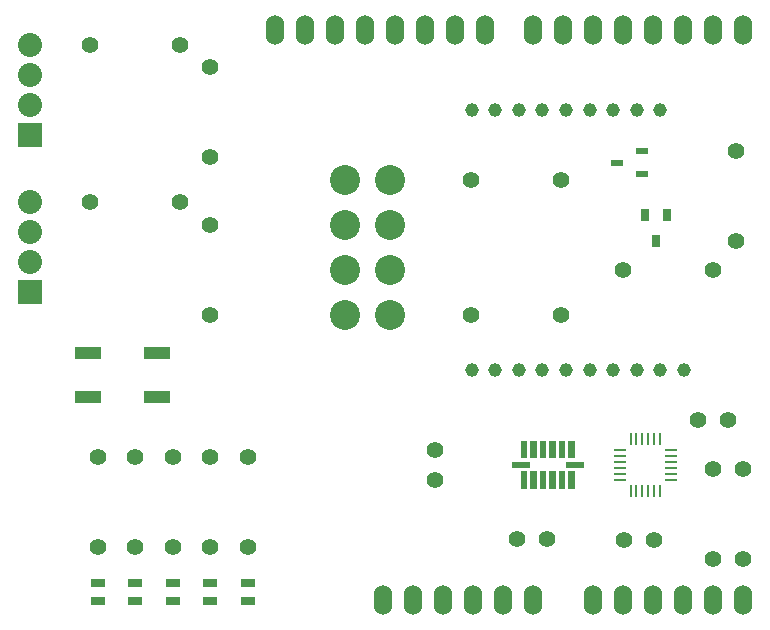
<source format=gts>
G04 (created by PCBNEW (2013-07-07 BZR 4022)-stable) date 12/28/2014 6:13:33 PM*
%MOIN*%
G04 Gerber Fmt 3.4, Leading zero omitted, Abs format*
%FSLAX34Y34*%
G01*
G70*
G90*
G04 APERTURE LIST*
%ADD10C,0.00590551*%
%ADD11C,0.046*%
%ADD12R,0.0394X0.0236*%
%ADD13R,0.0905X0.0432*%
%ADD14R,0.0905X0.0433*%
%ADD15C,0.055*%
%ADD16R,0.0394X0.0098*%
%ADD17R,0.0098X0.0394*%
%ADD18C,0.1*%
%ADD19O,0.06X0.1*%
%ADD20R,0.045X0.025*%
%ADD21R,0.0315X0.0394*%
%ADD22R,0.08X0.08*%
%ADD23C,0.08*%
G04 APERTURE END LIST*
G54D10*
G54D11*
X65555Y-31645D03*
X64768Y-31645D03*
X63981Y-31645D03*
X63193Y-31645D03*
X62407Y-31645D03*
X61619Y-31645D03*
X60832Y-31645D03*
X60045Y-31645D03*
X59257Y-31645D03*
X59257Y-40305D03*
X60045Y-40305D03*
X60832Y-40305D03*
X61619Y-40305D03*
X62407Y-40305D03*
X63193Y-40305D03*
X63981Y-40305D03*
X64768Y-40305D03*
X65555Y-40305D03*
X66343Y-40305D03*
G54D12*
X64941Y-33775D03*
X64109Y-33400D03*
X64941Y-33025D03*
G54D13*
X48767Y-41222D03*
X46483Y-41222D03*
X46483Y-39728D03*
G54D14*
X48767Y-39727D03*
G54D15*
X50550Y-43225D03*
X50550Y-46225D03*
X50550Y-30225D03*
X50550Y-33225D03*
X46550Y-29475D03*
X49550Y-29475D03*
X46550Y-34725D03*
X49550Y-34725D03*
X50550Y-35475D03*
X50550Y-38475D03*
X62225Y-33975D03*
X59225Y-33975D03*
X68075Y-36025D03*
X68075Y-33025D03*
X62225Y-38475D03*
X59225Y-38475D03*
X67300Y-36975D03*
X64300Y-36975D03*
X51800Y-43225D03*
X51800Y-46225D03*
X49300Y-43225D03*
X49300Y-46225D03*
X48050Y-43225D03*
X48050Y-46225D03*
X46800Y-43225D03*
X46800Y-46225D03*
X67300Y-43625D03*
X67300Y-46625D03*
X68300Y-43625D03*
X68300Y-46625D03*
G54D16*
X64204Y-43770D03*
X64204Y-43377D03*
X64204Y-43573D03*
X64204Y-43967D03*
X64204Y-43180D03*
X64204Y-42983D03*
G54D17*
X64558Y-42619D03*
X64755Y-42619D03*
X64952Y-42619D03*
X65345Y-42619D03*
X65148Y-42619D03*
X65542Y-42619D03*
G54D16*
X65896Y-42983D03*
X65896Y-43180D03*
X65896Y-43967D03*
X65896Y-43573D03*
X65896Y-43377D03*
X65896Y-43770D03*
G54D17*
X65542Y-44331D03*
X65148Y-44331D03*
X65345Y-44331D03*
X64952Y-44331D03*
X64755Y-44331D03*
X64558Y-44331D03*
G54D18*
X55050Y-38475D03*
X56550Y-38475D03*
X55050Y-36975D03*
X56550Y-36975D03*
X55050Y-35475D03*
X56550Y-35475D03*
X55050Y-33975D03*
X56550Y-33975D03*
G54D15*
X64350Y-45975D03*
X65350Y-45975D03*
X66800Y-41975D03*
X67800Y-41975D03*
X58025Y-43975D03*
X58025Y-42975D03*
X60775Y-45950D03*
X61775Y-45950D03*
G54D19*
X68300Y-47975D03*
X67300Y-47975D03*
X66300Y-47975D03*
X63300Y-47975D03*
X64300Y-47975D03*
X65300Y-47975D03*
X61300Y-47975D03*
X60300Y-47975D03*
X59300Y-47975D03*
X57300Y-47975D03*
X56300Y-47975D03*
X68300Y-28975D03*
X67300Y-28975D03*
X66300Y-28975D03*
X65300Y-28975D03*
X64300Y-28975D03*
X63300Y-28975D03*
X62300Y-28975D03*
X61300Y-28975D03*
X59700Y-28975D03*
X58700Y-28975D03*
X57700Y-28975D03*
X56700Y-28975D03*
X55700Y-28975D03*
X54700Y-28975D03*
X53700Y-28975D03*
X52700Y-28975D03*
X58300Y-47975D03*
G54D10*
G36*
X61189Y-43583D02*
X60598Y-43583D01*
X60598Y-43366D01*
X61189Y-43366D01*
X61189Y-43583D01*
X61189Y-43583D01*
G37*
G36*
X63001Y-43583D02*
X62410Y-43583D01*
X62410Y-43366D01*
X63001Y-43366D01*
X63001Y-43583D01*
X63001Y-43583D01*
G37*
G36*
X61121Y-43691D02*
X61121Y-44282D01*
X60904Y-44282D01*
X60904Y-43691D01*
X61121Y-43691D01*
X61121Y-43691D01*
G37*
G36*
X61436Y-43691D02*
X61436Y-44282D01*
X61219Y-44282D01*
X61219Y-43691D01*
X61436Y-43691D01*
X61436Y-43691D01*
G37*
G36*
X61751Y-43691D02*
X61751Y-44282D01*
X61534Y-44282D01*
X61534Y-43691D01*
X61751Y-43691D01*
X61751Y-43691D01*
G37*
G36*
X62065Y-43691D02*
X62065Y-44282D01*
X61848Y-44282D01*
X61848Y-43691D01*
X62065Y-43691D01*
X62065Y-43691D01*
G37*
G36*
X62380Y-43691D02*
X62380Y-44282D01*
X62163Y-44282D01*
X62163Y-43691D01*
X62380Y-43691D01*
X62380Y-43691D01*
G37*
G36*
X62695Y-43691D02*
X62695Y-44282D01*
X62478Y-44282D01*
X62478Y-43691D01*
X62695Y-43691D01*
X62695Y-43691D01*
G37*
G36*
X62695Y-42667D02*
X62695Y-43258D01*
X62478Y-43258D01*
X62478Y-42667D01*
X62695Y-42667D01*
X62695Y-42667D01*
G37*
G36*
X62380Y-42667D02*
X62380Y-43258D01*
X62163Y-43258D01*
X62163Y-42667D01*
X62380Y-42667D01*
X62380Y-42667D01*
G37*
G36*
X62065Y-42667D02*
X62065Y-43258D01*
X61848Y-43258D01*
X61848Y-42667D01*
X62065Y-42667D01*
X62065Y-42667D01*
G37*
G36*
X61751Y-42667D02*
X61751Y-43258D01*
X61534Y-43258D01*
X61534Y-42667D01*
X61751Y-42667D01*
X61751Y-42667D01*
G37*
G36*
X61436Y-42667D02*
X61436Y-43258D01*
X61219Y-43258D01*
X61219Y-42667D01*
X61436Y-42667D01*
X61436Y-42667D01*
G37*
G36*
X61121Y-42667D02*
X61121Y-43258D01*
X60904Y-43258D01*
X60904Y-42667D01*
X61121Y-42667D01*
X61121Y-42667D01*
G37*
G54D20*
X49300Y-47425D03*
X49300Y-48025D03*
X48050Y-47425D03*
X48050Y-48025D03*
X46800Y-47425D03*
X46800Y-48025D03*
X51800Y-47425D03*
X51800Y-48025D03*
X50550Y-47425D03*
X50550Y-48025D03*
G54D21*
X65400Y-36008D03*
X65025Y-35142D03*
X65775Y-35142D03*
G54D22*
X44550Y-37725D03*
G54D23*
X44550Y-36725D03*
X44550Y-35725D03*
X44550Y-34725D03*
G54D22*
X44550Y-32475D03*
G54D23*
X44550Y-31475D03*
X44550Y-30475D03*
X44550Y-29475D03*
M02*

</source>
